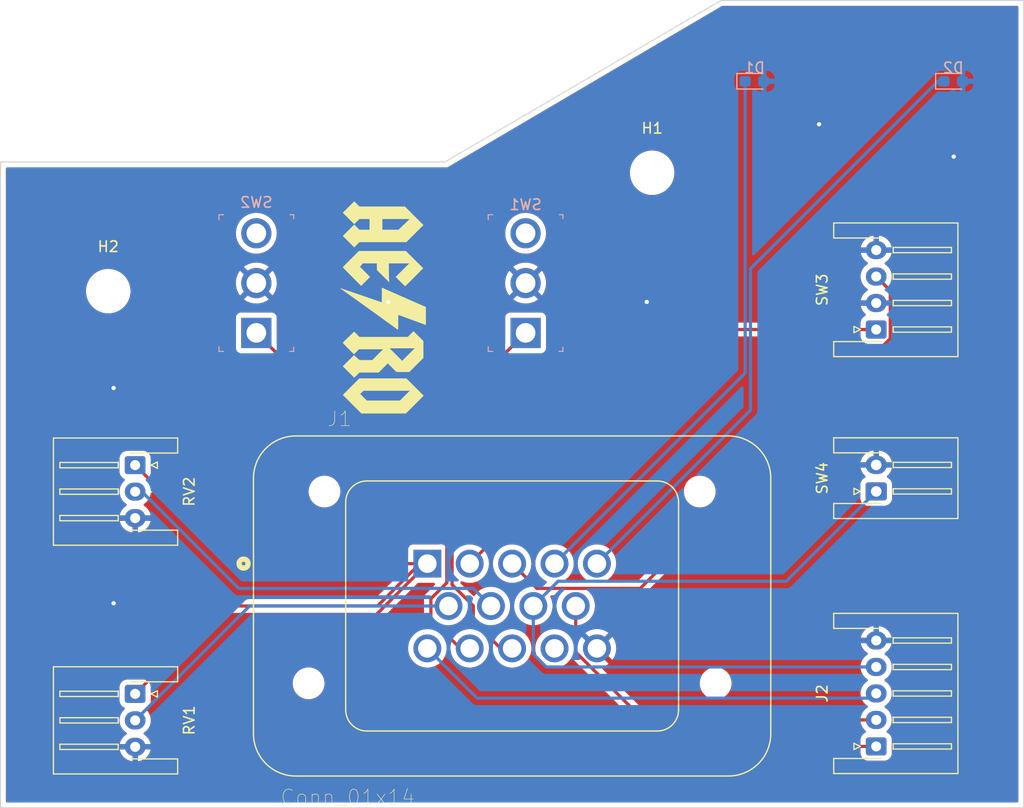
<source format=kicad_pcb>
(kicad_pcb (version 20211014) (generator pcbnew)
  (layers (0 "F.Cu" signal) (31 "B.Cu" signal) (34 "B.Paste" user) (35 "F.Paste" user) (36 "B.SilkS" user "B.Silkscreen") (37 "F.SilkS" user "F.Silkscreen") (38 "B.Mask" user) (39 "F.Mask" user) (44 "Edge.Cuts" user))
  (net 0 "")
  (net 1 "/IMD_LED")
  (net 2 "GND")
  (net 3 "/AMS_LED")
  (net 4 "+5V")
  (net 5 "/START_BTN")
  (net 6 "/RTD_LED")
  (net 7 "/POT_REGEN")
  (net 8 "/POT_BRAKE")
  (net 9 "/LCD_BTN")
  (net 10 "/LCD_SCL")
  (net 11 "/LCD_SDA")
  (net 12 "/SW_COOLING")
  (net 13 "/SW_DIRECTION")
  (footprint "Connector_JST:JST_XH_S3B-XH-A-1_1x03_P2.50mm_Horizontal" (layer "F.Cu") (at 43.18 131.485 -90)
    (fp_text reference "RV1" (at 2.5 -5.1 90) (layer "F.SilkS"))
    (fp_text value "R_POT_Small")
    (fp_line (start -0.25 7.1) (end 0.25 7.1) (layer "F.SilkS") (width 0.12))
    (fp_line (start 2.5 7.71) (end 7.56 7.71) (layer "F.SilkS") (width 0.12))
    (fp_line (start 4.75 1.6) (end 4.75 7.1) (layer "F.SilkS") (width 0.12))
    (fp_line (start 6.14 -4.01) (end 6.14 0.49) (layer "F.SilkS") (width 0.12))
    (fp_line (start -1.14 -4.01) (end -1.14 0.49) (layer "F.SilkS") (width 0.12))
    (fp_line (start 0 -1.5) (end -0.3 -2.1) (layer "F.SilkS") (width 0.12))
    (fp_line (start 2.25 1.6) (end 2.25 7.1) (layer "F.SilkS") (width 0.12))
    (fp_line (start 7.56 -4.01) (end 6.14 -4.01) (layer "F.SilkS") (width 0.12))
    (fp_line (start 2.5 7.71) (end -2.56 7.71) (layer "F.SilkS") (width 0.12))
    (fp_line (start 4.75 7.1) (end 5.25 7.1) (layer "F.SilkS") (width 0.12))
    (fp_line (start -2.56 -4.01) (end -1.14 -4.01) (layer "F.SilkS") (width 0.12))
    (fp_line (start 2.25 7.1) (end 2.75 7.1) (layer "F.SilkS") (width 0.12))
    (fp_line (start 7.56 7.71) (end 7.56 -4.01) (layer "F.SilkS") (width 0.12))
    (fp_line (start 2.75 7.1) (end 2.75 1.6) (layer "F.SilkS") (width 0.12))
    (fp_line (start -2.56 7.71) (end -2.56 -4.01) (layer "F.SilkS") (width 0.12))
    (fp_line (start 0.25 1.6) (end -0.25 1.6) (layer "F.SilkS") (width 0.12))
    (fp_line (start 5.25 7.1) (end 5.25 1.6) (layer "F.SilkS") (width 0.12))
    (fp_line (start 0.25 7.1) (end 0.25 1.6) (layer "F.SilkS") (width 0.12))
    (fp_line (start 5.25 1.6) (end 4.75 1.6) (layer "F.SilkS") (width 0.12))
    (fp_line (start 0.3 -2.1) (end 0 -1.5) (layer "F.SilkS") (width 0.12))
    (fp_line (start -0.25 1.6) (end -0.25 7.1) (layer "F.SilkS") (width 0.12))
    (fp_line (start 2.75 1.6) (end 2.25 1.6) (layer "F.SilkS") (width 0.12))
    (fp_line (start -0.3 -2.1) (end 0.3 -2.1) (layer "F.SilkS") (width 0.12))
    (pad "1" thru_hole roundrect (at 0 0 270) (size 1.7 1.95) (drill 0.95) (layers *.Cu *.Mask) (roundrect_rratio 0.147059) (net 4 "+5V"))
    (pad "2" thru_hole oval (at 2.5 0 270) (size 1.7 1.95) (drill 0.95) (layers *.Cu *.Mask) (net 7 "/POT_REGEN"))
    (pad "3" thru_hole oval (at 5 0 270) (size 1.7 1.95) (drill 0.95) (layers *.Cu *.Mask) (net 2 "GND"))
  )
  (footprint "Connector_JST:JST_XH_S3B-XH-A-1_1x03_P2.50mm_Horizontal" (layer "F.Cu") (at 43.18 109.895 -90)
    (fp_text reference "RV2" (at 2.5 -5.1 90) (layer "F.SilkS"))
    (fp_text value "R_POT_Small")
    (fp_line (start 7.56 7.71) (end 7.56 -4.01) (layer "F.SilkS") (width 0.12))
    (fp_line (start 0 -1.5) (end -0.3 -2.1) (layer "F.SilkS") (width 0.12))
    (fp_line (start -2.56 7.71) (end -2.56 -4.01) (layer "F.SilkS") (width 0.12))
    (fp_line (start 2.75 1.6) (end 2.25 1.6) (layer "F.SilkS") (width 0.12))
    (fp_line (start -0.25 1.6) (end -0.25 7.1) (layer "F.SilkS") (width 0.12))
    (fp_line (start -1.14 -4.01) (end -1.14 0.49) (layer "F.SilkS") (width 0.12))
    (fp_line (start -0.25 7.1) (end 0.25 7.1) (layer "F.SilkS") (width 0.12))
    (fp_line (start 4.75 1.6) (end 4.75 7.1) (layer "F.SilkS") (width 0.12))
    (fp_line (start 2.75 7.1) (end 2.75 1.6) (layer "F.SilkS") (width 0.12))
    (fp_line (start 5.25 7.1) (end 5.25 1.6) (layer "F.SilkS") (width 0.12))
    (fp_line (start 4.75 7.1) (end 5.25 7.1) (layer "F.SilkS") (width 0.12))
    (fp_line (start 0.25 1.6) (end -0.25 1.6) (layer "F.SilkS") (width 0.12))
    (fp_line (start -0.3 -2.1) (end 0.3 -2.1) (layer "F.SilkS") (width 0.12))
    (fp_line (start 5.25 1.6) (end 4.75 1.6) (layer "F.SilkS") (width 0.12))
    (fp_line (start 0.25 7.1) (end 0.25 1.6) (layer "F.SilkS") (width 0.12))
    (fp_line (start 0.3 -2.1) (end 0 -1.5) (layer "F.SilkS") (width 0.12))
    (fp_line (start -2.56 -4.01) (end -1.14 -4.01) (layer "F.SilkS") (width 0.12))
    (fp_line (start 2.5 7.71) (end -2.56 7.71) (layer "F.SilkS") (width 0.12))
    (fp_line (start 2.5 7.71) (end 7.56 7.71) (layer "F.SilkS") (width 0.12))
    (fp_line (start 2.25 7.1) (end 2.75 7.1) (layer "F.SilkS") (width 0.12))
    (fp_line (start 7.56 -4.01) (end 6.14 -4.01) (layer "F.SilkS") (width 0.12))
    (fp_line (start 2.25 1.6) (end 2.25 7.1) (layer "F.SilkS") (width 0.12))
    (fp_line (start 6.14 -4.01) (end 6.14 0.49) (layer "F.SilkS") (width 0.12))
    (pad "1" thru_hole roundrect (at 0 0 270) (size 1.7 1.95) (drill 0.95) (layers *.Cu *.Mask) (roundrect_rratio 0.147059) (net 4 "+5V"))
    (pad "2" thru_hole oval (at 2.5 0 270) (size 1.7 1.95) (drill 0.95) (layers *.Cu *.Mask) (net 8 "/POT_BRAKE"))
    (pad "3" thru_hole oval (at 5 0 270) (size 1.7 1.95) (drill 0.95) (layers *.Cu *.Mask) (net 2 "GND"))
  )
  (footprint "MountingHole:MountingHole_3.2mm_M3" (layer "F.Cu") (at 40.64 93.472)
    (fp_text reference "H2" (at 0 -4.2) (layer "F.SilkS"))
    (fp_text value "MountingHole")
    (pad "" np_thru_hole circle (at 0 0) (size 3.2 3.2) (drill 3.2) (layers *.Cu *.Mask))
  )
  (footprint "AERO_Footprints:TE_1-776262-1_14pin_Vertical" (layer "F.Cu") (at 78.74 123.19)
    (fp_text reference "J1" (at -16.2708 -17.6691) (layer "F.SilkS") (effects (font (size 1.40128 1.40128) (thickness 0.05))))
    (fp_text value "Conn_01x14" (at -15.503 18.0444) (layer "F.SilkS") (effects (font (size 1.4008 1.4008) (thickness 0.05))))
    (fp_line (start -24.4 12.05) (end -24.4 -12.05) (layer "F.SilkS") (width 0.127))
    (fp_line (start -15.7 9.8) (end -15.7 -9.8) (layer "F.SilkS") (width 0.127))
    (fp_line (start 13.7 11.8) (end -13.7 11.8) (layer "F.SilkS") (width 0.127))
    (fp_line (start 20.4 16.05) (end -20.4 16.05) (layer "F.SilkS") (width 0.127))
    (fp_line (start 24.4 -12.05) (end 24.4 12.05) (layer "F.SilkS") (width 0.127))
    (fp_line (start -13.7 -11.8) (end 13.7 -11.8) (layer "F.SilkS") (width 0.127))
    (fp_line (start -20.4 -16.05) (end 20.4 -16.05) (layer "F.SilkS") (width 0.127))
    (fp_line (start 15.7 -9.8) (end 15.7 9.8) (layer "F.SilkS") (width 0.127))
    (fp_arc (start 15.7 9.8) (mid 15.114214 11.214214) (end 13.7 11.8) (layer "F.SilkS") (width 0.127))
    (fp_arc (start 13.7 -11.8) (mid 15.114214 -11.214214) (end 15.7 -9.8) (layer "F.SilkS") (width 0.127))
    (fp_arc (start -13.7 11.8) (mid -15.114214 11.214214) (end -15.7 9.8) (layer "F.SilkS") (width 0.127))
    (fp_arc (start -24.4 -12.05) (mid -23.228427 -14.878427) (end -20.4 -16.05) (layer "F.SilkS") (width 0.127))
    (fp_arc (start -15.7 -9.8) (mid -15.114214 -11.214214) (end -13.7 -11.8) (layer "F.SilkS") (width 0.127))
    (fp_arc (start 24.4 12.05) (mid 23.228427 14.878427) (end 20.4 16.05) (layer "F.SilkS") (width 0.127))
    (fp_arc (start -20.4 16.05) (mid -23.228427 14.878427) (end -24.4 12.05) (layer "F.SilkS") (width 0.127))
    (fp_arc (start 20.4 -16.05) (mid 23.228427 -14.878427) (end 24.4 -12.05) (layer "F.SilkS") (width 0.127))
    (fp_circle (center -25.333 -4) (end -25.158 -4) (layer "F.SilkS") (width 0.5) (fill none))
    (pad "" np_thru_hole circle locked (at -17.7 -10.8) (size 2 2) (drill 2) (layers *.Cu *.Mask "F.SilkS"))
    (pad "" np_thru_hole circle locked (at -19.2 7.3) (size 2 2) (drill 2) (layers *.Cu *.Mask "F.SilkS"))
    (pad "" np_thru_hole circle locked (at 19.2 7.3) (size 2 2) (drill 2) (layers *.Cu *.Mask "F.SilkS"))
    (pad "" np_thru_hole circle locked (at 17.7 -10.8) (size 2 2) (drill 2) (layers *.Cu *.Mask "F.SilkS"))
    (pad "1" thru_hole rect locked (at -8 -4) (size 2.625 2.625) (drill 1.75) (layers *.Cu *.Mask) (net 4 "+5V"))
    (pad "2" thru_hole circle locked (at -4 -4) (size 2.625 2.625) (drill 1.75) (layers *.Cu *.Mask) (net 5 "/START_BTN"))
    (pad "3" thru_hole circle locked (at 0 -4) (size 2.625 2.625) (drill 1.75) (layers *.Cu *.Mask) (net 6 "/RTD_LED"))
    (pad "4" thru_hole circle locked (at 4 -4) (size 2.625 2.625) (drill 1.75) (layers *.Cu *.Mask) (net 1 "/IMD_LED"))
    (pad "5" thru_hole circle locked (at 8 -4) (size 2.625 2.625) (drill 1.75) (layers *.Cu *.Mask) (net 3 "/AMS_LED"))
    (pad "6" thru_hole circle locked (at -6 0) (size 2.625 2.625) (drill 1.75) (layers *.Cu *.Mask) (net 7 "/POT_REGEN"))
    (pad "7" thru_hole circle locked (at -2 0) (size 2.625 2.625) (drill 1.75) (layers *.Cu *.Mask) (net 8 "/POT_BRAKE"))
    (pad "8" thru_hole circle locked (at 2 0) (size 2.625 2.625) (drill 1.75) (layers *.Cu *.Mask) (net 9 "/LCD_BTN"))
    (pad "9" thru_hole circle locked (at 6 0) (size 2.625 2.625) (drill 1.75) (layers *.Cu *.Mask) (net 10 "/LCD_SCL"))
    (pad "10" thru_hole circle locked (at -8 4) (size 2.625 2.625) (drill 1.75) (layers *.Cu *.Mask) (net 11 "/LCD_SDA"))
    (pad "11" thru_hole circle locked (at -4 4) (size 2.625 2.625) (drill 1.75) (layers *.Cu *.Mask) (net 12 "/SW_COOLING"))
    (pad "12" thru_hole circle locked (at 0 4) (size 2.625 2.625) (drill 1.75) (layers *.Cu *.Mask) (net 13 "/SW_DIRECTION"))
    (pad "13" thru_hole circle locked (at 4 4) (size 2.625 2.625) (drill 1.75) (layers *.Cu *.Mask))
    (pad "14" thru_hole circle locked (at 8 4) (size 2.625 2.625) (drill 1.75) (layers *.Cu *.Mask) (net 2 "GND"))
  )
  (footprint "Connector_JST:JST_XH_S5B-XH-A-1_1x05_P2.50mm_Horizontal" (layer "F.Cu") (at 113.085 136.445 90)
    (fp_text reference "J2" (at 5 -5.1 90) (layer "F.SilkS"))
    (fp_text value "Conn_01x05")
    (fp_line (start 2.25 7.1) (end 2.75 7.1) (layer "F.SilkS") (width 0.12))
    (fp_line (start 0 -1.5) (end -0.3 -2.1) (layer "F.SilkS") (width 0.12))
    (fp_line (start 9.75 1.6) (end 9.75 7.1) (layer "F.SilkS") (width 0.12))
    (fp_line (start 7.75 1.6) (end 7.25 1.6) (layer "F.SilkS") (width 0.12))
    (fp_line (start -2.56 7.71) (end -2.56 -4.01) (layer "F.SilkS") (width 0.12))
    (fp_line (start 7.25 1.6) (end 7.25 7.1) (layer "F.SilkS") (width 0.12))
    (fp_line (start 5 7.71) (end -2.56 7.71) (layer "F.SilkS") (width 0.12))
    (fp_line (start 0.25 7.1) (end 0.25 1.6) (layer "F.SilkS") (width 0.12))
    (fp_line (start 5.25 7.1) (end 5.25 1.6) (layer "F.SilkS") (width 0.12))
    (fp_line (start 5 7.71) (end 12.56 7.71) (layer "F.SilkS") (width 0.12))
    (fp_line (start 2.75 1.6) (end 2.25 1.6) (layer "F.SilkS") (width 0.12))
    (fp_line (start 2.75 7.1) (end 2.75 1.6) (layer "F.SilkS") (width 0.12))
    (fp_line (start 4.75 7.1) (end 5.25 7.1) (layer "F.SilkS") (width 0.12))
    (fp_line (start 12.56 -4.01) (end 11.14 -4.01) (layer "F.SilkS") (width 0.12))
    (fp_line (start 9.75 7.1) (end 10.25 7.1) (layer "F.SilkS") (width 0.12))
    (fp_line (start 12.56 7.71) (end 12.56 -4.01) (layer "F.SilkS") (width 0.12))
    (fp_line (start 7.25 7.1) (end 7.75 7.1) (layer "F.SilkS") (width 0.12))
    (fp_line (start -0.3 -2.1) (end 0.3 -2.1) (layer "F.SilkS") (width 0.12))
    (fp_line (start -0.25 7.1) (end 0.25 7.1) (layer "F.SilkS") (width 0.12))
    (fp_line (start 0.25 1.6) (end -0.25 1.6) (layer "F.SilkS") (width 0.12))
    (fp_line (start -1.14 -4.01) (end -1.14 0.49) (layer "F.SilkS") (width 0.12))
    (fp_line (start 11.14 -4.01) (end 11.14 0.49) (layer "F.SilkS") (width 0.12))
    (fp_line (start 5.25 1.6) (end 4.75 1.6) (layer "F.SilkS") (width 0.12))
    (fp_line (start 7.75 7.1) (end 7.75 1.6) (layer "F.SilkS") (width 0.12))
    (fp_line (start 10.25 7.1) (end 10.25 1.6) (layer "F.SilkS") (width 0.12))
    (fp_line (start 0.3 -2.1) (end 0 -1.5) (layer "F.SilkS") (width 0.12))
    (fp_line (start 2.25 1.6) (end 2.25 7.1) (layer "F.SilkS") (width 0.12))
    (fp_line (start 10.25 1.6) (end 9.75 1.6) (layer "F.SilkS") (width 0.12))
    (fp_line (start -2.56 -4.01) (end -1.14 -4.01) (layer "F.SilkS") (width 0.12))
    (fp_line (start 4.75 1.6) (end 4.75 7.1) (layer "F.SilkS") (width 0.12))
    (fp_line (start -0.25 1.6) (end -0.25 7.1) (layer "F.SilkS") (width 0.12))
    (pad "1" thru_hole roundrect (at 0 0 90) (size 1.7 1.95) (drill 0.95) (layers *.Cu *.Mask) (roundrect_rratio 0.147059) (net 4 "+5V"))
    (pad "2" thru_hole oval (at 2.5 0 90) (size 1.7 1.95) (drill 0.95) (layers *.Cu *.Mask) (net 10 "/LCD_SCL"))
    (pad "3" thru_hole oval (at 5 0 90) (size 1.7 1.95) (drill 0.95) (layers *.Cu *.Mask) (net 11 "/LCD_SDA"))
    (pad "4" thru_hole oval (at 7.5 0 90) (size 1.7 1.95) (drill 0.95) (layers *.Cu *.Mask) (net 9 "/LCD_BTN"))
    (pad "5" thru_hole oval (at 10 0 90) (size 1.7 1.95) (drill 0.95) (layers *.Cu *.Mask) (net 2 "GND"))
  )
  (footprint "AERO_Footprints:AERO_Logo_20x8mm" (layer "F.Cu") (at 66.548 94.996 -90)
    (fp_text reference "G***" hide)
    (fp_text value "LOGO" hide)
    (fp_poly (pts (xy 0.709936 -1.44477) (xy 1.434118 -1.44477) (xy 1.707288 -1.444212) (xy 1.899365 -1.441528) (xy 2.022465 -1.435201) (xy 2.088703 -1.423714) (xy 2.110196 -1.40555) (xy 2.099058 -1.379194) (xy 2.0857 -1.363211) (xy 2.048397 -1.314162) (xy 1.962192 -1.196851) (xy 1.83248 -1.018777) (xy 1.664659 -0.78744) (xy 1.464122 -0.51034) (xy 1.236268 -0.194977) (xy 0.986491 0.15115) (xy 0.720188 0.52054) (xy 0.442755 0.905693) (xy 0.159587 1.29911) (xy -0.123919 1.693291) (xy -0.402367 2.080736) (xy -0.670361 2.453945) (xy -0.922505 2.805417) (xy -1.153403 3.127654) (xy -1.35766 3.413156) (xy -1.529879 3.654422) (xy -1.664663 3.843952) (xy -1.756618 3.974247) (xy -1.800347 4.037807) (xy -1.801305 4.039311) (xy -1.797624 4.014546) (xy -1.765966 3.910022) (xy -1.709082 3.73398) (xy -1.629725 3.49466) (xy -1.530649 3.200303) (xy -1.414605 2.85915) (xy -1.284346 2.479441) (xy -1.160479 2.120908) (xy -1.018099 1.709831) (xy -0.885544 1.326629) (xy -0.76585 0.980109) (xy -0.662049 0.67908) (xy -0.577178 0.43235) (xy -0.514271 0.248727) (xy -0.476361 0.137019) (xy -0.466055 0.10522) (xy -0.509962 0.101023) (xy -0.630894 0.097465) (xy -0.812666 0.094828) (xy -1.03909 0.093392) (xy -1.15865 0.093211) (xy -1.851245 0.093211) (xy -1.330709 -1.083578) (xy -1.166136 -1.455992) (xy -0.988514 -1.858553) (xy -0.808976 -2.26599) (xy -0.638654 -2.653031) (xy -0.488679 -2.994404) (xy -0.417153 -3.157523) (xy -0.024133 -4.054678) (xy 1.666946 -4.054678) (xy 0.709936 -1.44477)) (layer "F.SilkS") (width 0.01) (fill solid))
    (fp_poly (pts (xy 5.441796 -3.156939) (xy 6.105322 -2.492228) (xy 6.105322 -1.283495) (xy 5.69847 -0.874749) (xy 5.291617 -0.466003) (xy 6.151927 0.397899) (xy 6.151927 2.210831) (xy 6.395682 2.457652) (xy 6.639437 2.704472) (xy 6.103893 3.240016) (xy 5.568349 3.775559) (xy 5.04564 3.250991) (xy 4.52293 2.726422) (xy 4.982754 2.213762) (xy 4.984772 1.607095) (xy 4.986789 1.000429) (xy 4.474129 0.489358) (xy 3.961468 -0.021713) (xy 3.961468 2.263871) (xy 4.19501 2.493902) (xy 4.428552 2.723932) (xy 3.904486 3.249489) (xy 3.724818 3.427866) (xy 3.567849 3.580303) (xy 3.445364 3.695623) (xy 3.369152 3.762647) (xy 3.350288 3.775046) (xy 3.309465 3.74304) (xy 3.216282 3.654649) (xy 3.082312 3.521315) (xy 2.919131 3.354482) (xy 2.810101 3.241056) (xy 2.300046 2.707066) (xy 2.548188 2.462006) (xy 2.796331 2.216946) (xy 2.796331 -0.629631) (xy 3.868257 -0.629631) (xy 4.462249 -1.223623) (xy 5.056241 -1.817614) (xy 3.868257 -3.005598) (xy 3.868257 -0.629631) (xy 2.796331 -0.629631) (xy 2.796331 -2.350875) (xy 2.529517 -2.620502) (xy 2.262703 -2.89013) (xy 2.726716 -3.35589) (xy 3.190729 -3.821651) (xy 4.77827 -3.821651) (xy 5.441796 -3.156939)) (layer "F.SilkS") (width 0.01) (fill solid))
    (fp_poly (pts (xy -2.833216 -2.949719) (xy -1.982127 -2.097697) (xy -2.864713 -1.211425) (xy -4.147889 -2.492145) (xy -4.147889 -0.555368) (xy -2.378017 -0.582568) (xy -2.947667 -0.011651) (xy -3.517316 0.559266) (xy -4.147889 0.559266) (xy -4.147889 1.906082) (xy -3.981765 2.032792) (xy -3.815641 2.159501) (xy -3.340384 1.685862) (xy -2.865128 1.212224) (xy -2.02424 2.053112) (xy -2.889552 2.914079) (xy -3.122013 3.144561) (xy -3.33255 3.351755) (xy -3.51226 3.527025) (xy -3.65224 3.661732) (xy -3.743585 3.747242) (xy -3.777136 3.775046) (xy -3.814982 3.743503) (xy -3.908963 3.655044) (xy -4.049562 3.518924) (xy -4.227266 3.344398) (xy -4.43256 3.140722) (xy -4.556217 3.017192) (xy -5.313027 2.259339) (xy -5.313027 -2.163875) (xy -4.498666 -2.982808) (xy -3.684305 -3.801742) (xy -2.833216 -2.949719)) (layer "F.SilkS") (width 0.01) (fill solid))
    (fp_poly (pts (xy -6.151926 -2.21279) (xy -6.151926 2.210831) (xy -5.908171 2.457652) (xy -5.664417 2.704472) (xy -6.19996 3.240016) (xy -6.735504 3.775559) (xy -7.269785 3.239759) (xy -7.804065 2.703958) (xy -7.560564 2.457394) (xy -7.317064 2.210831) (xy -7.317064 1.258349) (xy -8.342385 1.258349) (xy -8.342385 2.210831) (xy -8.09863 2.457652) (xy -7.854875 2.704472) (xy -8.390419 3.240016) (xy -8.925963 3.775559) (xy -9.460243 3.239759) (xy -9.994523 2.703958) (xy -9.751023 2.457394) (xy -9.507522 2.210831) (xy -9.507522 0.046606) (xy -8.342385 0.046606) (xy -7.317064 0.046606) (xy -7.317064 -1.470663) (xy -7.827363 -2.005331) (xy -8.337662 -2.54) (xy -8.340023 -1.246697) (xy -8.342385 0.046606) (xy -9.507522 0.046606) (xy -9.507522 -2.074865) (xy -8.633195 -2.948283) (xy -7.758868 -3.821702) (xy -6.151926 -2.21279)) (layer "F.SilkS") (width 0.01) (fill solid))
    (fp_poly (pts (xy 10.020184 -2.168127) (xy 10.020184 2.02826) (xy 9.145849 2.901686) (xy 8.271515 3.775112) (xy 7.491354 2.993937) (xy 6.711193 2.212763) (xy 6.711193 1.83648) (xy 7.876331 1.83648) (xy 8.025946 1.990844) (xy 8.175562 2.145209) (xy 8.492001 1.831194) (xy 8.808441 1.517179) (xy 8.808441 -1.609638) (xy 8.342386 -2.073945) (xy 7.876331 -2.538251) (xy 7.876331 1.83648) (xy 6.711193 1.83648) (xy 6.711193 -2.21476) (xy 7.526796 -3.029364) (xy 8.3424 -3.843969) (xy 10.020184 -2.168127)) (layer "F.SilkS") (width 0.01) (fill solid))
  )
  (footprint "Connector_JST:JST_XH_S4B-XH-A-1_1x04_P2.50mm_Horizontal" (layer "F.Cu") (at 113.085 97.095 90)
    (fp_text reference "SW3" (at 3.75 -5.1 90) (layer "F.SilkS"))
    (fp_text value "SW_Push_LED")
    (fp_line (start 4.75 7.1) (end 5.25 7.1) (layer "F.SilkS") (width 0.12))
    (fp_line (start 7.75 1.6) (end 7.25 1.6) (layer "F.SilkS") (width 0.12))
    (fp_line (start 0.25 1.6) (end -0.25 1.6) (layer "F.SilkS") (width 0.12))
    (fp_line (start 5.25 1.6) (end 4.75 1.6) (layer "F.SilkS") (width 0.12))
    (fp_line (start -2.56 7.71) (end -2.56 -4.01) (layer "F.SilkS") (width 0.12))
    (fp_line (start -0.3 -2.1) (end 0.3 -2.1) (layer "F.SilkS") (width 0.12))
    (fp_line (start 10.06 7.71) (end 10.06 -4.01) (layer "F.SilkS") (width 0.12))
    (fp_line (start 7.75 7.1) (end 7.75 1.6) (layer "F.SilkS") (width 0.12))
    (fp_line (start -1.14 -4.01) (end -1.14 0.49) (layer "F.SilkS") (width 0.12))
    (fp_line (start 10.06 -4.01) (end 8.64 -4.01) (layer "F.SilkS") (width 0.12))
    (fp_line (start 2.25 1.6) (end 2.25 7.1) (layer "F.SilkS") (width 0.12))
    (fp_line (start 0.3 -2.1) (end 0 -1.5) (layer "F.SilkS") (width 0.12))
    (fp_line (start 5.25 7.1) (end 5.25 1.6) (layer "F.SilkS") (width 0.12))
    (fp_line (start -0.25 7.1) (end 0.25 7.1) (layer "F.SilkS") (width 0.12))
    (fp_line (start 8.64 -4.01) (end 8.64 0.49) (layer "F.SilkS") (width 0.12))
    (fp_line (start -2.56 -4.01) (end -1.14 -4.01) (layer "F.SilkS") (width 0.12))
    (fp_line (start 4.75 1.6) (end 4.75 7.1) (layer "F.SilkS") (width 0.12))
    (fp_line (start 2.75 1.6) (end 2.25 1.6) (layer "F.SilkS") (width 0.12))
    (fp_line (start 2.75 7.1) (end 2.75 1.6) (layer "F.SilkS") (width 0.12))
    (fp_line (start 2.25 7.1) (end 2.75 7.1) (layer "F.SilkS") (width 0.12))
    (fp_line (start 0 -1.5) (end -0.3 -2.1) (layer "F.SilkS") (width 0.12))
    (fp_line (start 7.25 1.6) (end 7.25 7.1) (layer "F.SilkS") (width 0.12))
    (fp_line (start -0.25 1.6) (end -0.25 7.1) (layer "F.SilkS") (width 0.12))
    (fp_line (start 7.25 7.1) (end 7.75 7.1) (layer "F.SilkS") (width 0.12))
    (fp_line (start 0.25 7.1) (end 0.25 1.6) (layer "F.SilkS") (width 0.12))
    (fp_line (start 3.75 7.71) (end 10.06 7.71) (layer "F.SilkS") (width 0.12))
    (fp_line (start 3.75 7.71) (end -2.56 7.71) (layer "F.SilkS") (width 0.12))
    (pad "1" thru_hole roundrect (at 0 0 90) (size 1.7 1.95) (drill 0.95) (layers *.Cu *.Mask) (roundrect_rratio 0.147059) (net 5 "/START_BTN"))
    (pad "2" thru_hole oval (at 2.5 0 90) (size 1.7 1.95) (drill 0.95) (layers *.Cu *.Mask) (net 2 "GND"))
    (pad "3" thru_hole oval (at 5 0 90) (size 1.7 1.95) (drill 0.95) (layers *.Cu *.Mask) (net 6 "/RTD_LED"))
    (pad "4" thru_hole oval (at 7.5 0 90) (size 1.7 1.95) (drill 0.95) (layers *.Cu *.Mask) (net 2 "GND"))
  )
  (footprint "Connector_JST:JST_XH_S2B-XH-A-1_1x02_P2.50mm_Horizontal" (layer "F.Cu") (at 113.085 112.375 90)
    (fp_text reference "SW4" (at 1.25 -5.1 90) (layer "F.SilkS"))
    (fp_text value "SW_Push")
    (fp_line (start -0.25 7.1) (end 0.25 7.1) (layer "F.SilkS") (width 0.12))
    (fp_line (start -1.14 -4.01) (end -1.14 0.49) (layer "F.SilkS") (width 0.12))
    (fp_line (start 1.25 7.71) (end -2.56 7.71) (layer "F.SilkS") (width 0.12))
    (fp_line (start 0.25 7.1) (end 0.25 1.6) (layer "F.SilkS") (width 0.12))
    (fp_line (start 1.25 7.71) (end 5.06 7.71) (layer "F.SilkS") (width 0.12))
    (fp_line (start 2.75 1.6) (end 2.25 1.6) (layer "F.SilkS") (width 0.12))
    (fp_line (start -2.56 7.71) (end -2.56 -4.01) (layer "F.SilkS") (width 0.12))
    (fp_line (start 5.06 -4.01) (end 3.64 -4.01) (layer "F.SilkS") (width 0.12))
    (fp_line (start -0.3 -2.1) (end 0.3 -2.1) (layer "F.SilkS") (width 0.12))
    (fp_line (start 2.75 7.1) (end 2.75 1.6) (layer "F.SilkS") (width 0.12))
    (fp_line (start -0.25 1.6) (end -0.25 7.1) (layer "F.SilkS") (width 0.12))
    (fp_line (start 0 -1.5) (end -0.3 -2.1) (layer "F.SilkS") (width 0.12))
    (fp_line (start 2.25 1.6) (end 2.25 7.1) (layer "F.SilkS") (width 0.12))
    (fp_line (start 2.25 7.1) (end 2.75 7.1) (layer "F.SilkS") (width 0.12))
    (fp_line (start 0.3 -2.1) (end 0 -1.5) (layer "F.SilkS") (width 0.12))
    (fp_line (start 0.25 1.6) (end -0.25 1.6) (layer "F.SilkS") (width 0.12))
    (fp_line (start 3.64 -4.01) (end 3.64 0.49) (layer "F.SilkS") (width 0.12))
    (fp_line (start 5.06 7.71) (end 5.06 -4.01) (layer "F.SilkS") (width 0.12))
    (fp_line (start -2.56 -4.01) (end -1.14 -4.01) (layer "F.SilkS") (width 0.12))
    (pad "1" thru_hole roundrect (at 0 0 90) (size 1.7 2) (drill 1) (layers *.Cu *.Mask) (roundrect_rratio 0.147059) (net 9 "/LCD_BTN"))
    (pad "2" thru_hole oval (at 2.5 0 90) (size 1.7 2) (drill 1) (layers *.Cu *.Mask) (net 2 "GND"))
  )
  (footprint "MountingHole:MountingHole_3.2mm_M3" (layer "F.Cu") (at 91.948 82.296)
    (fp_text reference "H1" (at 0 -4.2) (layer "F.SilkS"))
    (fp_text value "MountingHole")
    (pad "" np_thru_hole circle (at 0 0) (size 3.2 3.2) (drill 3.2) (layers *.Cu *.Mask))
  )
  (footprint "LED_SMD:LED_0603_1608Metric_Pad1.05x0.95mm_HandSolder" (layer "B.Cu") (at 101.6 73.66)
    (fp_text reference "D1" (at 0 -1.27) (layer "B.SilkS") (effects (justify mirror)))
    (fp_text value "LED")
    (fp_line (start -1.66 -0.735) (end 0.8 -0.735) (layer "B.SilkS") (width 0.12))
    (fp_line (start -1.66 0.735) (end -1.66 -0.735) (layer "B.SilkS") (width 0.12))
    (fp_line (start 0.8 0.735) (end -1.66 0.735) (layer "B.SilkS") (width 0.12))
    (pad "1" smd roundrect (at -0.875 0) (size 1.05 0.95) (layers "B.Cu" "B.Paste" "B.Mask") (net 1 "/IMD_LED"))
    (pad "2" smd roundrect (at 0.875 0) (size 1.05 0.95) (layers "B.Cu" "B.Paste" "B.Mask") (net 2 "GND"))
  )
  (footprint "LED_SMD:LED_0603_1608Metric_Pad1.05x0.95mm_HandSolder" (layer "B.Cu") (at 120.35 73.66)
    (fp_text reference "D2" (at 0 -1.27) (layer "B.SilkS") (effects (justify mirror)))
    (fp_text value "LED")
    (fp_line (start 0.8 0.735) (end -1.66 0.735) (layer "B.SilkS") (width 0.12))
    (fp_line (start -1.66 -0.735) (end 0.8 -0.735) (layer "B.SilkS") (width 0.12))
    (fp_line (start -1.66 0.735) (end -1.66 -0.735) (layer "B.SilkS") (width 0.12))
    (pad "1" smd roundrect (at -0.875 0) (size 1.05 0.95) (layers "B.Cu" "B.Paste" "B.Mask") (net 3 "/AMS_LED"))
    (pad "2" smd roundrect (at 0.875 0) (size 1.05 0.95) (layers "B.Cu" "B.Paste" "B.Mask") (net 2 "GND"))
  )
  (footprint "AERO_Footprints:Toggle_Switch_100SP1T1B4M2QE" (layer "B.Cu") (at 80.01 97.41 90)
    (fp_text reference "SW1" (at 12.099628 0) (layer "B.SilkS") (effects (justify mirror)))
    (fp_text value "SW_SPST")
    (fp_line (start 11.125 -3.525) (end 10.675 -3.525) (layer "B.SilkS") (width 0.1))
    (fp_line (start 11.15 -3.525) (end 11.15 -3.1) (layer "B.SilkS") (width 0.1))
    (fp_line (start -1.75 -3.525) (end -1.3 -3.525) (layer "B.SilkS") (width 0.1))
    (fp_line (start -1.75 3.525) (end -1.35 3.525) (layer "B.SilkS") (width 0.1))
    (fp_line (start -1.75 -3.525) (end -1.75 -3.1) (layer "B.SilkS") (width 0.1))
    (fp_line (start 11.15 3.525) (end 11.15 3.175) (layer "B.SilkS") (width 0.1))
    (fp_line (start -1.75 3.525) (end -1.75 3.15) (layer "B.SilkS") (width 0.1))
    (fp_line (start 10.775 3.525) (end 11.15 3.525) (layer "B.SilkS") (width 0.1))
    (pad "1" thru_hole rect locked (at 0 0 90) (size 2.85 2.85) (drill 1.85) (layers *.Cu *.Mask) (net 13 "/SW_DIRECTION"))
    (pad "2" thru_hole circle locked (at 4.7 0 90) (size 2.85 2.85) (drill 1.85) (layers *.Cu *.Mask) (net 2 "GND"))
    (pad "3" thru_hole circle locked (at 9.4 0 90) (size 2.85 2.85) (drill 1.85) (layers *.Cu *.Mask))
  )
  (footprint "AERO_Footprints:Toggle_Switch_100SP1T1B4M2QE" (layer "B.Cu") (at 54.61 97.41 90)
    (fp_text reference "SW2" (at 12.32 0) (layer "B.SilkS") (effects (justify mirror)))
    (fp_text value "SW_SPST")
    (fp_line (start -1.75 3.525) (end -1.75 3.15) (layer "B.SilkS") (width 0.1))
    (fp_line (start -1.75 -3.525) (end -1.75 -3.1) (layer "B.SilkS") (width 0.1))
    (fp_line (start 11.15 -3.525) (end 11.15 -3.1) (layer "B.SilkS") (width 0.1))
    (fp_line (start 10.775 3.525) (end 11.15 3.525) (layer "B.SilkS") (width 0.1))
    (fp_line (start -1.75 -3.525) (end -1.3 -3.525) (layer "B.SilkS") (width 0.1))
    (fp_line (start 11.125 -3.525) (end 10.675 -3.525) (layer "B.SilkS") (width 0.1))
    (fp_line (start -1.75 3.525) (end -1.35 3.525) (layer "B.SilkS") (width 0.1))
    (fp_line (start 11.15 3.525) (end 11.15 3.175) (layer "B.SilkS") (width 0.1))
    (pad "1" thru_hole rect locked (at 0 0 90) (size 2.85 2.85) (drill 1.85) (layers *.Cu *.Mask) (net 12 "/SW_COOLING"))
    (pad "2" thru_hole circle locked (at 4.7 0 90) (size 2.85 2.85) (drill 1.85) (layers *.Cu *.Mask) (net 2 "GND"))
    (pad "3" thru_hole circle locked (at 9.4 0 90) (size 2.85 2.85) (drill 1.85) (layers *.Cu *.Mask))
  )
  (gr_poly (pts (xy 127 142.24) (xy 30.48 142.24) (xy 30.48 81.28) (xy 72.39 81.28) (xy 98.425 66.04) (xy 127 66.04)) (layer "Edge.Cuts") (width 0.1) (fill none))
  (gr_text "Colin Grund\n1.31" (at 111.252 72.136) (layer "B.Cu") (effects (font (size 1.5 1.5) (thickness 0.3))))
  (segment (start 100.725 73.66) (end 100.725 101.205) (width 0.3) (layer "B.Cu") (net 1))
  (segment (start 100.725 101.205) (end 82.74 119.19) (width 0.3) (layer "B.Cu") (net 1))
  (via (at 107.696 77.724) (size 0.8) (drill 0.4) (layers "F.Cu" "B.Cu") (net 2))
  (via (at 67.056 94.488) (size 0.8) (drill 0.4) (layers "F.Cu" "B.Cu") (net 2))
  (via (at 91.44 94.488) (size 0.8) (drill 0.4) (layers "F.Cu" "B.Cu") (net 2))
  (via (at 120.396 80.772) (size 0.8) (drill 0.4) (layers "F.Cu" "B.Cu") (net 2))
  (via (at 41.148 122.936) (size 0.8) (drill 0.4) (layers "F.Cu" "B.Cu") (net 2))
  (via (at 41.148 102.616) (size 0.8) (drill 0.4) (layers "F.Cu" "B.Cu") (net 2))
  (segment (start 101.22452 91.34548) (end 101.22452 104.70548) (width 0.3) (layer "B.Cu") (net 3))
  (segment (start 119.475 73.66) (end 118.91 73.66) (width 0.3) (layer "B.Cu") (net 3))
  (segment (start 118.91 73.66) (end 101.22452 91.34548) (width 0.3) (layer "B.Cu") (net 3))
  (segment (start 101.22452 104.70548) (end 86.74 119.19) (width 0.3) (layer "B.Cu") (net 3))
  (segment (start 70.04 119.19) (end 70.74 119.19) (width 0.3) (layer "F.Cu") (net 4))
  (segment (start 66.04 123.89) (end 70.74 119.19) (width 0.3) (layer "F.Cu") (net 4))
  (segment (start 51.475 123.19) (end 66.04 123.19) (width 0.3) (layer "F.Cu") (net 4))
  (segment (start 66.04 123.19) (end 70.04 119.19) (width 0.3) (layer "F.Cu") (net 4))
  (segment (start 52.475 119.19) (end 70.74 119.19) (width 0.3) (layer "F.Cu") (net 4))
  (segment (start 43.18 109.895) (end 52.475 119.19) (width 0.3) (layer "F.Cu") (net 4))
  (segment (start 66.04 129.54) (end 66.04 123.89) (width 0.3) (layer "F.Cu") (net 4))
  (segment (start 72.945 136.445) (end 66.04 129.54) (width 0.3) (layer "F.Cu") (net 4))
  (segment (start 43.18 131.485) (end 51.475 123.19) (width 0.3) (layer "F.Cu") (net 4))
  (segment (start 113.085 136.445) (end 72.945 136.445) (width 0.3) (layer "F.Cu") (net 4))
  (segment (start 96.835 97.095) (end 74.74 119.19) (width 0.3) (layer "F.Cu") (net 5))
  (segment (start 113.085 97.095) (end 96.835 97.095) (width 0.3) (layer "F.Cu") (net 5))
  (segment (start 113.085 92.095) (end 114.40952 93.41952) (width 0.3) (layer "F.Cu") (net 6))
  (segment (start 114.40952 93.41952) (end 114.40952 97.943329) (width 0.3) (layer "F.Cu") (net 6))
  (segment (start 90.82486 121.527989) (end 81.077989 121.527989) (width 0.3) (layer "F.Cu") (net 6))
  (segment (start 81.077989 121.527989) (end 78.74 119.19) (width 0.3) (layer "F.Cu") (net 6))
  (segment (start 114.40952 97.943329) (end 90.82486 121.527989) (width 0.3) (layer "F.Cu") (net 6))
  (segment (start 43.18 133.985) (end 53.975 123.19) (width 0.3) (layer "B.Cu") (net 7))
  (segment (start 53.975 123.19) (end 72.74 123.19) (width 0.3) (layer "B.Cu") (net 7))
  (segment (start 43.815 112.395) (end 52.947989 121.527989) (width 0.3) (layer "B.Cu") (net 8))
  (segment (start 52.947989 121.527989) (end 75.077989 121.527989) (width 0.3) (layer "B.Cu") (net 8))
  (segment (start 43.18 112.395) (end 43.815 112.395) (width 0.3) (layer "B.Cu") (net 8))
  (segment (start 75.077989 121.527989) (end 76.74 123.19) (width 0.3) (layer "B.Cu") (net 8))
  (segment (start 83.077989 120.852011) (end 80.74 123.19) (width 0.3) (layer "B.Cu") (net 9))
  (segment (start 113.085 112.375) (end 104.607989 120.852011) (width 0.3) (layer "B.Cu") (net 9))
  (segment (start 81.955 128.945) (end 80.74 127.73) (width 0.3) (layer "B.Cu") (net 9))
  (segment (start 113.085 128.945) (end 81.955 128.945) (width 0.3) (layer "B.Cu") (net 9))
  (segment (start 80.74 127.73) (end 80.74 123.19) (width 0.3) (layer "B.Cu") (net 9))
  (segment (start 104.607989 120.852011) (end 83.077989 120.852011) (width 0.3) (layer "B.Cu") (net 9))
  (segment (start 84.74 127.54044) (end 84.74 123.19) (width 0.3) (layer "F.Cu") (net 10))
  (segment (start 113.085 133.945) (end 91.14456 133.945) (width 0.3) (layer "F.Cu") (net 10))
  (segment (start 91.14456 133.945) (end 84.74 127.54044) (width 0.3) (layer "F.Cu") (net 10))
  (segment (start 75.439521 131.889521) (end 70.74 127.19) (width 0.3) (layer "B.Cu") (net 11))
  (segment (start 113.085 131.445) (end 112.640479 131.889521) (width 0.3) (layer "B.Cu") (net 11))
  (segment (start 112.640479 131.889521) (end 75.439521 131.889521) (width 0.3) (layer "B.Cu") (net 11))
  (segment (start 72.578469 115.378469) (end 72.578469 121.001091) (width 0.3) (layer "F.Cu") (net 12))
  (segment (start 71.077989 124.417989) (end 73.85 127.19) (width 0.3) (layer "F.Cu") (net 12))
  (segment (start 71.077989 122.501571) (end 71.077989 124.417989) (width 0.3) (layer "F.Cu") (net 12))
  (segment (start 73.85 127.19) (end 74.74 127.19) (width 0.3) (layer "F.Cu") (net 12))
  (segment (start 72.578469 121.001091) (end 71.077989 122.501571) (width 0.3) (layer "F.Cu") (net 12))
  (segment (start 54.61 97.41) (end 72.578469 115.378469) (width 0.3) (layer "F.Cu") (net 12))
  (segment (start 75.077989 124.607989) (end 77.66 127.19) (width 0.3) (layer "F.Cu") (net 13))
  (segment (start 73.077989 104.342011) (end 73.077989 121.177549) (width 0.3) (layer "F.Cu") (net 13))
  (segment (start 73.077989 121.177549) (end 75.077989 123.177549) (width 0.3) (layer "F.Cu") (net 13))
  (segment (start 75.077989 123.177549) (end 75.077989 124.607989) (width 0.3) (layer "F.Cu") (net 13))
  (segment (start 80.01 97.41) (end 73.077989 104.342011) (width 0.3) (layer "F.Cu") (net 13))
  (segment (start 77.66 127.19) (end 78.74 127.19) (width 0.3) (layer "F.Cu") (net 13))
  (zone (net 2) (net_name "GND") (layers F&B.Cu) (connect_pads (clearance 0.5)) (min_thickness 0.254) (fill yes (thermal_gap 0.508) (thermal_bridge_width 0.508) (island_removal_mode 1) (island_area_min 0))
    (polygon (pts (xy 126.492 141.732) (xy 30.988 141.732) (xy 30.988 81.788) (xy 72.644 81.788) (xy 98.552 66.548) (xy 126.492 66.548)))
  )
)
</source>
